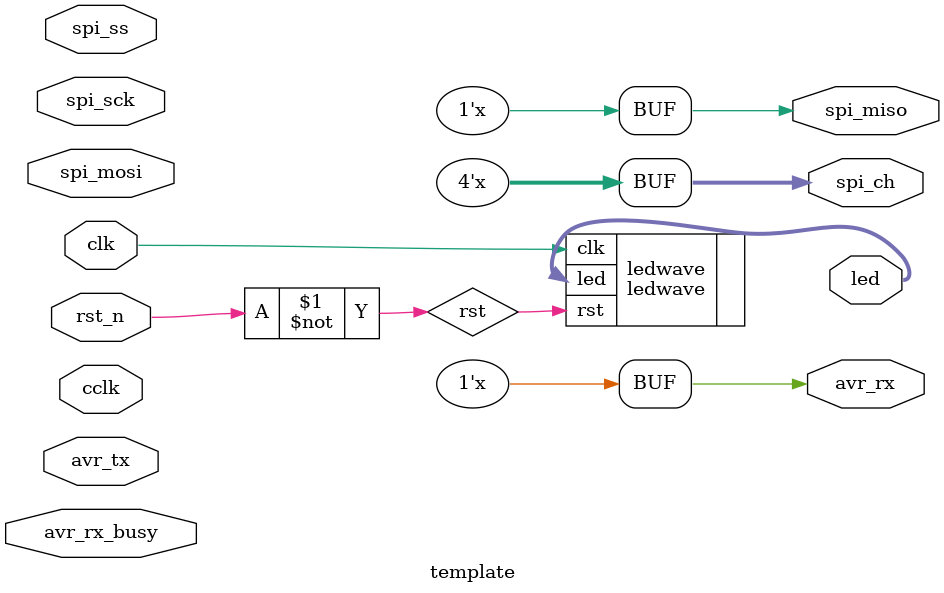
<source format=v>


module template
  (

  // Clocks and hardware
  input clk,
  input rst_n,
  input cclk,
  output [7:0] led,

  // AVR SPI connections
  input spi_sck,
  input spi_ss,
  input spi_mosi,
  output spi_miso,
  output [3:0] spi_ch,

  // Serial connections
  input avr_tx,
  output avr_rx,
  input avr_rx_busy

  );

  // Swicth reset button
  wire rst = ~rst_n;

  // These signals should be disconnected when not used
  assign spi_miso = 1'bz;
  assign avr_rx = 1'bz;
  assign spi_ch = 4'bzzzz;

  // Connect the 'led_wave' module
  ledwave #(
    .CTR(24) )
    ledwave (
    .clk(clk),
    .rst(rst),
    .led(led)
    );

endmodule




</source>
